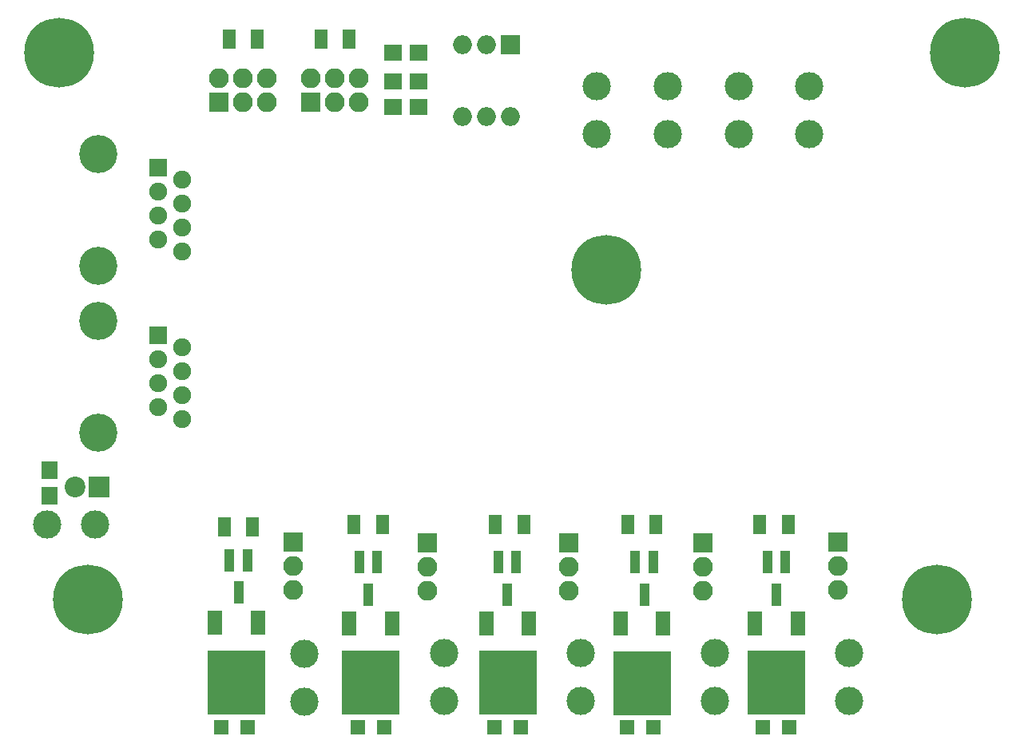
<source format=gts>
G04 #@! TF.GenerationSoftware,KiCad,Pcbnew,(5.0.0-rc2-dev-340-g7483a73a5)*
G04 #@! TF.CreationDate,2018-04-20T18:58:31+02:00*
G04 #@! TF.ProjectId,PWRCTRLBRD,5057524354524C4252442E6B69636164,rev?*
G04 #@! TF.SameCoordinates,Original*
G04 #@! TF.FileFunction,Soldermask,Top*
G04 #@! TF.FilePolarity,Negative*
%FSLAX46Y46*%
G04 Gerber Fmt 4.6, Leading zero omitted, Abs format (unit mm)*
G04 Created by KiCad (PCBNEW (5.0.0-rc2-dev-340-g7483a73a5)) date 04/20/18 18:58:31*
%MOMM*%
%LPD*%
G01*
G04 APERTURE LIST*
%ADD10C,7.400000*%
%ADD11C,4.050000*%
%ADD12R,1.900000X1.900000*%
%ADD13C,1.900000*%
%ADD14C,3.000000*%
%ADD15R,1.600000X2.600000*%
%ADD16R,6.200000X6.800000*%
%ADD17R,1.700000X1.900000*%
%ADD18R,1.900000X1.700000*%
%ADD19R,2.000000X2.000000*%
%ADD20O,2.000000X2.000000*%
%ADD21R,2.100000X2.100000*%
%ADD22O,2.100000X2.100000*%
%ADD23R,2.200000X2.200000*%
%ADD24C,2.200000*%
%ADD25R,1.500000X1.500000*%
%ADD26R,1.400000X2.000000*%
%ADD27R,1.050000X2.400000*%
G04 APERTURE END LIST*
D10*
X177824000Y-102692000D03*
X212824000Y-137692000D03*
X122824000Y-137692000D03*
X119824000Y-79692000D03*
D11*
X123974000Y-119992000D03*
X123974000Y-108122000D03*
D12*
X130324000Y-109612000D03*
D13*
X132864000Y-110882000D03*
X130324000Y-112152000D03*
X132864000Y-113422000D03*
X130324000Y-114692000D03*
X132864000Y-115962000D03*
X130324000Y-117232000D03*
X132864000Y-118502000D03*
D14*
X123574000Y-129692000D03*
X118494000Y-129692000D03*
X176824000Y-88272000D03*
X176824000Y-83192000D03*
X184324000Y-88272000D03*
X184324000Y-83192000D03*
X191824000Y-88272000D03*
X191824000Y-83192000D03*
X199324000Y-88272000D03*
X199324000Y-83192000D03*
X145824000Y-143442000D03*
X145824000Y-148522000D03*
D11*
X123974000Y-102282000D03*
X123974000Y-90412000D03*
D12*
X130324000Y-91902000D03*
D13*
X132864000Y-93172000D03*
X130324000Y-94442000D03*
X132864000Y-95712000D03*
X130324000Y-96982000D03*
X132864000Y-98252000D03*
X130324000Y-99522000D03*
X132864000Y-100792000D03*
D14*
X160574000Y-143362000D03*
X160574000Y-148442000D03*
X175074000Y-143362000D03*
X175074000Y-148442000D03*
X189324000Y-143362000D03*
X189324000Y-148442000D03*
X203574000Y-143362000D03*
X203574000Y-148442000D03*
D15*
X140854000Y-140142000D03*
X136294000Y-140142000D03*
D16*
X138574000Y-146442000D03*
D15*
X155129000Y-140217000D03*
X150569000Y-140217000D03*
D16*
X152849000Y-146517000D03*
D15*
X169629000Y-140217000D03*
X165069000Y-140217000D03*
D16*
X167349000Y-146517000D03*
D15*
X183854000Y-140242000D03*
X179294000Y-140242000D03*
D16*
X181574000Y-146542000D03*
D15*
X198079000Y-140217000D03*
X193519000Y-140217000D03*
D16*
X195799000Y-146517000D03*
D17*
X118824000Y-126642000D03*
X118824000Y-123942000D03*
D18*
X155224000Y-79692000D03*
X157924000Y-79692000D03*
X155224000Y-82692000D03*
X157924000Y-82692000D03*
X155224000Y-85442000D03*
X157924000Y-85442000D03*
D19*
X167614000Y-78822000D03*
D20*
X162534000Y-86442000D03*
X165074000Y-78822000D03*
X165074000Y-86442000D03*
X162534000Y-78822000D03*
X167614000Y-86442000D03*
D21*
X136744000Y-84942000D03*
D22*
X136744000Y-82402000D03*
X139284000Y-84942000D03*
X139284000Y-82402000D03*
X141824000Y-84942000D03*
X141824000Y-82402000D03*
D21*
X146494000Y-84942000D03*
D22*
X146494000Y-82402000D03*
X149034000Y-84942000D03*
X149034000Y-82402000D03*
X151574000Y-84942000D03*
X151574000Y-82402000D03*
D21*
X144574000Y-131612000D03*
D22*
X144574000Y-134152000D03*
X144574000Y-136692000D03*
D21*
X158824000Y-131652000D03*
D22*
X158824000Y-134192000D03*
X158824000Y-136732000D03*
D21*
X173824000Y-131652000D03*
D22*
X173824000Y-134192000D03*
X173824000Y-136732000D03*
D21*
X188074000Y-131652000D03*
D22*
X188074000Y-134192000D03*
X188074000Y-136732000D03*
D21*
X202324000Y-131612000D03*
D22*
X202324000Y-134152000D03*
X202324000Y-136692000D03*
D23*
X124074000Y-125692000D03*
D24*
X121534000Y-125692000D03*
D25*
X136974000Y-151192000D03*
X139774000Y-151192000D03*
X154274000Y-151192000D03*
X151474000Y-151192000D03*
X168724000Y-151192000D03*
X165924000Y-151192000D03*
X182774000Y-151192000D03*
X179974000Y-151192000D03*
X197224000Y-151192000D03*
X194424000Y-151192000D03*
D26*
X140824000Y-78192000D03*
X137824000Y-78192000D03*
X147574000Y-78192000D03*
X150574000Y-78192000D03*
D27*
X138824000Y-136902000D03*
X137874000Y-133482000D03*
X139774000Y-133482000D03*
X153524000Y-133732000D03*
X151624000Y-133732000D03*
X152574000Y-137152000D03*
X168274000Y-133732000D03*
X166374000Y-133732000D03*
X167324000Y-137152000D03*
X181824000Y-137152000D03*
X180874000Y-133732000D03*
X182774000Y-133732000D03*
X195824000Y-137152000D03*
X194874000Y-133732000D03*
X196774000Y-133732000D03*
D26*
X140324000Y-129942000D03*
X137324000Y-129942000D03*
X151074000Y-129692000D03*
X154074000Y-129692000D03*
X169074000Y-129692000D03*
X166074000Y-129692000D03*
X180074000Y-129692000D03*
X183074000Y-129692000D03*
X197074000Y-129692000D03*
X194074000Y-129692000D03*
D10*
X215824000Y-79692000D03*
M02*

</source>
